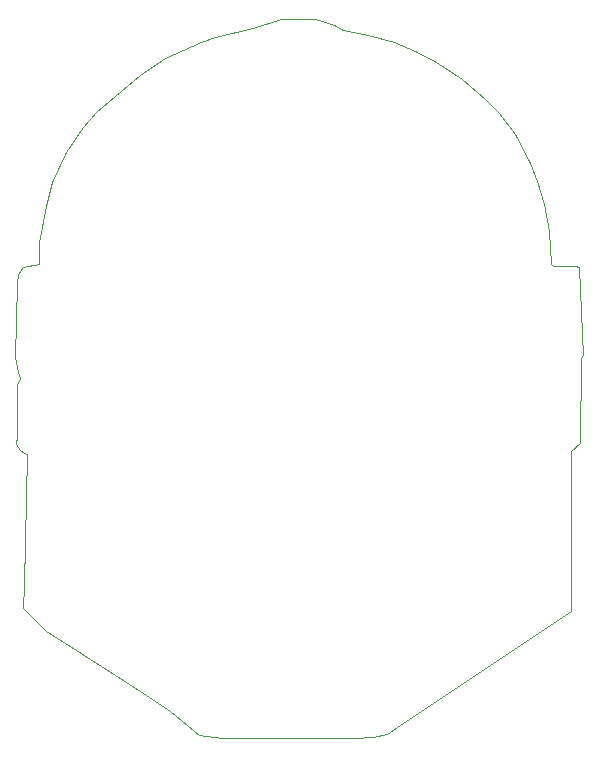
<source format=gbr>
%TF.GenerationSoftware,KiCad,Pcbnew,(6.0.0)*%
%TF.CreationDate,2022-03-24T14:36:50-05:00*%
%TF.ProjectId,Mando,4d616e64-6f2e-46b6-9963-61645f706362,rev?*%
%TF.SameCoordinates,Original*%
%TF.FileFunction,Profile,NP*%
%FSLAX46Y46*%
G04 Gerber Fmt 4.6, Leading zero omitted, Abs format (unit mm)*
G04 Created by KiCad (PCBNEW (6.0.0)) date 2022-03-24 14:36:50*
%MOMM*%
%LPD*%
G01*
G04 APERTURE LIST*
%TA.AperFunction,Profile*%
%ADD10C,0.100000*%
%TD*%
G04 APERTURE END LIST*
D10*
X202700000Y-100250000D02*
X201400000Y-100225000D01*
X156350000Y-109725000D02*
X156025000Y-110325000D01*
X156125000Y-109225000D02*
X156350000Y-109725000D01*
X203300000Y-100250000D02*
X202700000Y-100250000D01*
X195675000Y-86075000D02*
X193775000Y-84425000D01*
X198200000Y-89075000D02*
X196850000Y-87325000D01*
X173450000Y-140225000D02*
X174150000Y-140250000D01*
X201075000Y-97275000D02*
X200650000Y-95000000D01*
X174150000Y-140250000D02*
X184500000Y-140250000D01*
X196850000Y-87325000D02*
X195675000Y-86075000D01*
X156525000Y-129175000D02*
X158475000Y-131200000D01*
X171625000Y-81275000D02*
X168625000Y-82675000D01*
X203750000Y-115200000D02*
X203800000Y-108050000D01*
X201400000Y-100225000D02*
X201300000Y-100050000D01*
X184500000Y-140250000D02*
X186175000Y-140175000D01*
X189775000Y-82050000D02*
X187975000Y-81300000D01*
X155875000Y-107925000D02*
X156125000Y-109225000D01*
X203975000Y-107750000D02*
X203625000Y-100325000D01*
X156875000Y-116150000D02*
X156675000Y-127300000D01*
X157900000Y-98225000D02*
X157900000Y-100075000D01*
X178450000Y-79325000D02*
X176025000Y-80100000D01*
X182875000Y-79825000D02*
X181875000Y-79500000D01*
X162750000Y-87225000D02*
X161625000Y-88525000D01*
X158500000Y-95200000D02*
X157900000Y-98225000D01*
X199475000Y-91500000D02*
X198200000Y-89075000D01*
X161075000Y-132750000D02*
X166500000Y-136200000D01*
X200650000Y-95000000D02*
X200125000Y-93050000D01*
X156275000Y-115800000D02*
X156625000Y-116100000D01*
X183675000Y-80275000D02*
X182875000Y-79825000D01*
X181325000Y-79375000D02*
X178450000Y-79325000D01*
X176025000Y-80100000D02*
X172800000Y-80825000D01*
X157900000Y-100075000D02*
X156600000Y-100325000D01*
X158475000Y-131200000D02*
X161075000Y-132750000D01*
X156600000Y-100325000D02*
X156175000Y-100925000D01*
X186175000Y-140175000D02*
X187350000Y-139850000D01*
X156025000Y-114650000D02*
X156000000Y-115325000D01*
X168625000Y-82675000D02*
X166475000Y-84050000D01*
X168975000Y-137950000D02*
X171450000Y-139925000D01*
X156025000Y-110325000D02*
X156025000Y-114650000D01*
X161625000Y-88525000D02*
X160225000Y-90600000D01*
X156625000Y-116100000D02*
X156875000Y-116150000D01*
X203800000Y-108050000D02*
X203975000Y-107750000D01*
X188450000Y-139075000D02*
X203000000Y-129450000D01*
X171450000Y-139925000D02*
X173450000Y-140225000D01*
X187350000Y-139850000D02*
X188450000Y-139075000D01*
X172800000Y-80825000D02*
X171625000Y-81275000D01*
X185775000Y-80725000D02*
X183675000Y-80275000D01*
X156175000Y-100925000D02*
X156025000Y-101725000D01*
X156000000Y-115325000D02*
X156275000Y-115800000D01*
X166500000Y-136200000D02*
X168975000Y-137950000D01*
X193775000Y-84425000D02*
X191500000Y-83025000D01*
X181875000Y-79500000D02*
X181325000Y-79375000D01*
X200125000Y-93050000D02*
X199475000Y-91500000D01*
X160225000Y-90600000D02*
X159000000Y-93125000D01*
X201300000Y-100050000D02*
X201075000Y-97275000D01*
X203000000Y-129450000D02*
X202975000Y-115925000D01*
X187975000Y-81300000D02*
X185775000Y-80725000D01*
X202975000Y-115925000D02*
X203750000Y-115200000D01*
X203625000Y-100325000D02*
X203300000Y-100250000D01*
X191500000Y-83025000D02*
X189775000Y-82050000D01*
X159000000Y-93125000D02*
X158500000Y-95200000D01*
X156025000Y-101725000D02*
X155875000Y-107925000D01*
X166475000Y-84050000D02*
X162750000Y-87225000D01*
X156675000Y-127300000D02*
X156525000Y-129175000D01*
M02*

</source>
